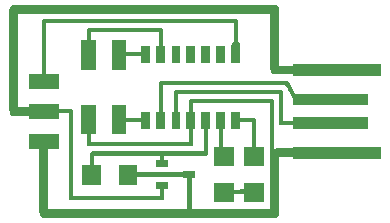
<source format=gbr>
%MOIN*%
%LPD*%
%FSLAX66Y66*%
G01*
G36*
X0231155Y0495592D02*
X0231155Y0544650D01*
X0273183Y0544650D01*
X0273183Y0722863D01*
X0277185Y0726868D01*
X0279187Y0727869D01*
X0922617Y0727869D01*
X0926620Y0723864D01*
X0927621Y0721862D01*
X0927621Y0652779D01*
X0929622Y0652779D01*
X0932624Y0648775D01*
X0933625Y0646772D01*
X0934625Y0644770D01*
X0934625Y0640765D01*
X0935626Y0638763D01*
X0935626Y0581694D01*
X0905606Y0581694D01*
X0905606Y0640765D01*
X0906607Y0642767D01*
X0906607Y0645771D01*
X0908608Y0648775D01*
X0912611Y0652779D01*
X0913611Y0654782D01*
X0913611Y0713852D01*
X0287192Y0713852D01*
X0287192Y0544650D01*
X0330221Y0544650D01*
X0330221Y0495592D01*
X0231155Y0495592D01*
X0231155Y0495592D01*
G37*
G36*
X0405271Y0558667D02*
X0405271Y0657785D01*
X0423283Y0657785D01*
X0423283Y0692827D01*
X0427286Y0696832D01*
X0429287Y0697833D01*
X0672450Y0697833D01*
X0676453Y0693828D01*
X0677453Y0691826D01*
X0677453Y0639764D01*
X0685459Y0639764D01*
X0685459Y0581694D01*
X0655439Y0581694D01*
X0655439Y0639764D01*
X0663444Y0639764D01*
X0663444Y0683816D01*
X0437293Y0683816D01*
X0437293Y0657785D01*
X0455305Y0657785D01*
X0455305Y0558667D01*
X0405271Y0558667D01*
X0405271Y0558667D01*
G37*
G36*
X0506339Y0558667D02*
X0506339Y0657785D01*
X0555372Y0657785D01*
X0555372Y0617738D01*
X0605405Y0617738D01*
X0605405Y0639764D01*
X0634424Y0639764D01*
X0634424Y0581694D01*
X0605405Y0581694D01*
X0605405Y0603721D01*
X0555372Y0603721D01*
X0555372Y0558667D01*
X0506339Y0558667D01*
X0506339Y0558667D01*
G37*
G36*
X0706473Y0581694D02*
X0706473Y0639764D01*
X0735492Y0639764D01*
X0735492Y0581694D01*
X0706473Y0581694D01*
X0706473Y0581694D01*
G37*
G36*
X0755506Y0581694D02*
X0755506Y0639764D01*
X0784525Y0639764D01*
X0784525Y0581694D01*
X0755506Y0581694D01*
X0755506Y0581694D01*
G37*
G36*
X0805539Y0581694D02*
X0805539Y0639764D01*
X0834558Y0639764D01*
X0834558Y0581694D01*
X0805539Y0581694D01*
X0805539Y0581694D01*
G37*
G36*
X0855572Y0581694D02*
X0855572Y0639764D01*
X0884592Y0639764D01*
X0884592Y0581694D01*
X0855572Y0581694D01*
X0855572Y0581694D01*
G37*
G36*
X0706473Y0361432D02*
X0706473Y0419501D01*
X0713477Y0419501D01*
X0713477Y0487582D01*
X0717480Y0491587D01*
X0719481Y0492588D01*
X1072718Y0492588D01*
X1076720Y0488583D01*
X1077721Y0486581D01*
X1077721Y0388464D01*
X1111744Y0388464D01*
X1111744Y0400478D01*
X1361911Y0400478D01*
X1361911Y0362433D01*
X1111744Y0362433D01*
X1111744Y0374447D01*
X1068715Y0374447D01*
X1064712Y0378452D01*
X1063712Y0380454D01*
X1063712Y0478571D01*
X0727487Y0478571D01*
X0727487Y0419501D01*
X0735492Y0419501D01*
X0735492Y0361432D01*
X0706473Y0361432D01*
X0706473Y0361432D01*
G37*
G36*
X0655439Y0361432D02*
X0655439Y0419501D01*
X0663444Y0419501D01*
X0663444Y0517618D01*
X0667447Y0521623D01*
X0669448Y0522624D01*
X1092731Y0522624D01*
X1096734Y0518619D01*
X1097735Y0516617D01*
X1099736Y0513613D01*
X1100737Y0511611D01*
X1101737Y0509608D01*
X1102738Y0507606D01*
X1103739Y0505604D01*
X1104739Y0503601D01*
X1106741Y0500598D01*
X1107741Y0498595D01*
X1108742Y0496593D01*
X1109743Y0494590D01*
X1110743Y0492588D01*
X1111744Y0490586D01*
X1112745Y0488583D01*
X1114746Y0485580D01*
X1115747Y0483577D01*
X1116747Y0481575D01*
X1117748Y0479573D01*
X1119749Y0478571D01*
X1361911Y0478571D01*
X1361911Y0440526D01*
X1111744Y0440526D01*
X1111744Y0462552D01*
X1109743Y0465556D01*
X1108742Y0467558D01*
X1107741Y0469561D01*
X1106741Y0471563D01*
X1104739Y0474567D01*
X1103739Y0476569D01*
X1102738Y0478571D01*
X1101737Y0480574D01*
X1100737Y0482576D01*
X1099736Y0484579D01*
X1098735Y0486581D01*
X1096734Y0489585D01*
X1095733Y0491587D01*
X1094732Y0493589D01*
X1093732Y0495592D01*
X1092731Y0497594D01*
X1091730Y0499596D01*
X1089729Y0502600D01*
X1088728Y0504602D01*
X1087728Y0506605D01*
X1085726Y0508607D01*
X0677453Y0508607D01*
X0677453Y0419501D01*
X0685459Y0419501D01*
X0685459Y0361432D01*
X0655439Y0361432D01*
X0655439Y0361432D01*
G37*
G36*
X0506339Y0344411D02*
X0506339Y0442528D01*
X0555372Y0442528D01*
X0555372Y0397475D01*
X0605405Y0397475D01*
X0605405Y0419501D01*
X0634424Y0419501D01*
X0634424Y0361432D01*
X0605405Y0361432D01*
X0605405Y0383458D01*
X0555372Y0383458D01*
X0555372Y0344411D01*
X0506339Y0344411D01*
X0506339Y0344411D01*
G37*
G36*
X0408273Y0176210D02*
X0408273Y0243290D01*
X0433290Y0243290D01*
X0433290Y0282337D01*
X0437293Y0286342D01*
X0439294Y0287343D01*
X0813544Y0287343D01*
X0813544Y0361432D01*
X0805539Y0361432D01*
X0805539Y0419501D01*
X0834558Y0419501D01*
X0834558Y0361432D01*
X0827554Y0361432D01*
X0827554Y0278332D01*
X0823551Y0274328D01*
X0821550Y0273326D01*
X0682457Y0273326D01*
X0682457Y0259310D01*
X0695465Y0259310D01*
X0695465Y0236282D01*
X0655439Y0236282D01*
X0655439Y0259310D01*
X0668447Y0259310D01*
X0668447Y0273326D01*
X0447299Y0273326D01*
X0447299Y0243290D01*
X0471315Y0243290D01*
X0471315Y0176210D01*
X0408273Y0176210D01*
X0408273Y0176210D01*
G37*
G36*
X0370248Y0125149D02*
X0370248Y0126151D01*
X0367246Y0126151D01*
X0365244Y0128153D01*
X0363243Y0131157D01*
X0363243Y0413494D01*
X0330221Y0413494D01*
X0330221Y0395472D01*
X0231155Y0395472D01*
X0231155Y0405484D01*
X0180121Y0405484D01*
X0178119Y0406485D01*
X0175117Y0406485D01*
X0172115Y0408488D01*
X0168112Y0412492D01*
X0167112Y0414495D01*
X0166111Y0416497D01*
X0166111Y0420502D01*
X0165110Y0422504D01*
X0165110Y0760908D01*
X0166111Y0762911D01*
X0166111Y0765914D01*
X0169113Y0769919D01*
X0172115Y0772923D01*
X0174117Y0773924D01*
X0176118Y0774925D01*
X1055706Y0774925D01*
X1059709Y0771922D01*
X1061710Y0769919D01*
X1063712Y0766916D01*
X1064712Y0764913D01*
X1064712Y0572684D01*
X1111744Y0572684D01*
X1111744Y0578691D01*
X1402939Y0578691D01*
X1402939Y0538643D01*
X1111744Y0538643D01*
X1111744Y0543649D01*
X1050703Y0543649D01*
X1048702Y0544650D01*
X1045700Y0544650D01*
X1042698Y0546653D01*
X1038695Y0550657D01*
X1037694Y0552660D01*
X1036694Y0554662D01*
X1036694Y0558667D01*
X1035693Y0560669D01*
X1035693Y0745891D01*
X0195131Y0745891D01*
X0195131Y0435520D01*
X0231155Y0435520D01*
X0231155Y0445532D01*
X0330221Y0445532D01*
X0330221Y0427510D01*
X0372249Y0427510D01*
X0376252Y0423506D01*
X0377252Y0421503D01*
X0377252Y0139166D01*
X0668447Y0139166D01*
X0668447Y0161192D01*
X0655439Y0161192D01*
X0655439Y0184220D01*
X0695465Y0184220D01*
X0695465Y0161192D01*
X0682457Y0161192D01*
X0682457Y0130155D01*
X0680455Y0128153D01*
X0677453Y0126151D01*
X0675452Y0126151D01*
X0673451Y0125149D01*
X0370248Y0125149D01*
X0370248Y0125149D01*
G37*
G36*
X0275184Y0066079D02*
X0275184Y0067080D01*
X0273183Y0067080D01*
X0271181Y0069082D01*
X0269180Y0071085D01*
X0267179Y0074088D01*
X0266178Y0076091D01*
X0266178Y0080096D01*
X0265177Y0082098D01*
X0265177Y0295353D01*
X0231155Y0295353D01*
X0231155Y0344411D01*
X0330221Y0344411D01*
X0330221Y0295353D01*
X0294197Y0295353D01*
X0294197Y0095114D01*
X0758508Y0095114D01*
X0758508Y0198237D01*
X0745499Y0198237D01*
X0745499Y0203243D01*
X0591396Y0203243D01*
X0591396Y0176210D01*
X0529354Y0176210D01*
X0529354Y0243290D01*
X0591396Y0243290D01*
X0591396Y0217259D01*
X0745499Y0217259D01*
X0745499Y0221264D01*
X0784525Y0221264D01*
X0784525Y0198237D01*
X0772517Y0198237D01*
X0772517Y0095114D01*
X1035693Y0095114D01*
X1035693Y0278332D01*
X1033692Y0281336D01*
X1033692Y0448536D01*
X0777520Y0448536D01*
X0777520Y0419501D01*
X0784525Y0419501D01*
X0784525Y0361432D01*
X0777520Y0361432D01*
X0777520Y0308368D01*
X0773518Y0304363D01*
X0771516Y0303362D01*
X0428287Y0303362D01*
X0424284Y0307367D01*
X0423283Y0309369D01*
X0423283Y0344411D01*
X0405271Y0344411D01*
X0405271Y0442528D01*
X0455305Y0442528D01*
X0455305Y0344411D01*
X0437293Y0344411D01*
X0437293Y0317379D01*
X0763511Y0317379D01*
X0763511Y0361432D01*
X0755506Y0361432D01*
X0755506Y0419501D01*
X0763511Y0419501D01*
X0763511Y0457546D01*
X0767514Y0461551D01*
X0769515Y0462552D01*
X1042698Y0462552D01*
X1046700Y0458547D01*
X1047701Y0456545D01*
X1047701Y0296354D01*
X1050703Y0296354D01*
X1052704Y0297355D01*
X1111744Y0297355D01*
X1111744Y0302361D01*
X1402939Y0302361D01*
X1402939Y0262313D01*
X1111744Y0262313D01*
X1111744Y0267319D01*
X1064712Y0267319D01*
X1064712Y0075090D01*
X1061710Y0071085D01*
X1059709Y0069082D01*
X1056707Y0067080D01*
X1054706Y0066079D01*
X0275184Y0066079D01*
X0275184Y0066079D01*
G37*
G36*
X0846566Y0119142D02*
X0846566Y0182218D01*
X0913611Y0182218D01*
X0913611Y0159190D01*
X0930623Y0159190D01*
X0932624Y0160191D01*
X0946633Y0160191D01*
X0946633Y0182218D01*
X1014679Y0182218D01*
X1014679Y0119142D01*
X0946633Y0119142D01*
X0946633Y0146175D01*
X0930623Y0146175D01*
X0928621Y0145173D01*
X0913611Y0145173D01*
X0913611Y0119142D01*
X0846566Y0119142D01*
X0846566Y0119142D01*
G37*
G36*
X0846566Y0239286D02*
X0846566Y0302361D01*
X0863578Y0302361D01*
X0863578Y0361432D01*
X0855572Y0361432D01*
X0855572Y0419501D01*
X0884592Y0419501D01*
X0884592Y0361432D01*
X0877587Y0361432D01*
X0877587Y0302361D01*
X0913611Y0302361D01*
X0913611Y0239286D01*
X0846566Y0239286D01*
X0846566Y0239286D01*
G37*
G36*
X0946633Y0239286D02*
X0946633Y0302361D01*
X0973651Y0302361D01*
X0973651Y0383458D01*
X0935626Y0383458D01*
X0935626Y0361432D01*
X0905606Y0361432D01*
X0905606Y0419501D01*
X0935626Y0419501D01*
X0935626Y0397475D01*
X0982658Y0397475D01*
X0986660Y0393470D01*
X0987661Y0391467D01*
X0987661Y0302361D01*
X1014679Y0302361D01*
X1014679Y0239286D01*
X0946633Y0239286D01*
X0946633Y0239286D01*
G37*
M02*

</source>
